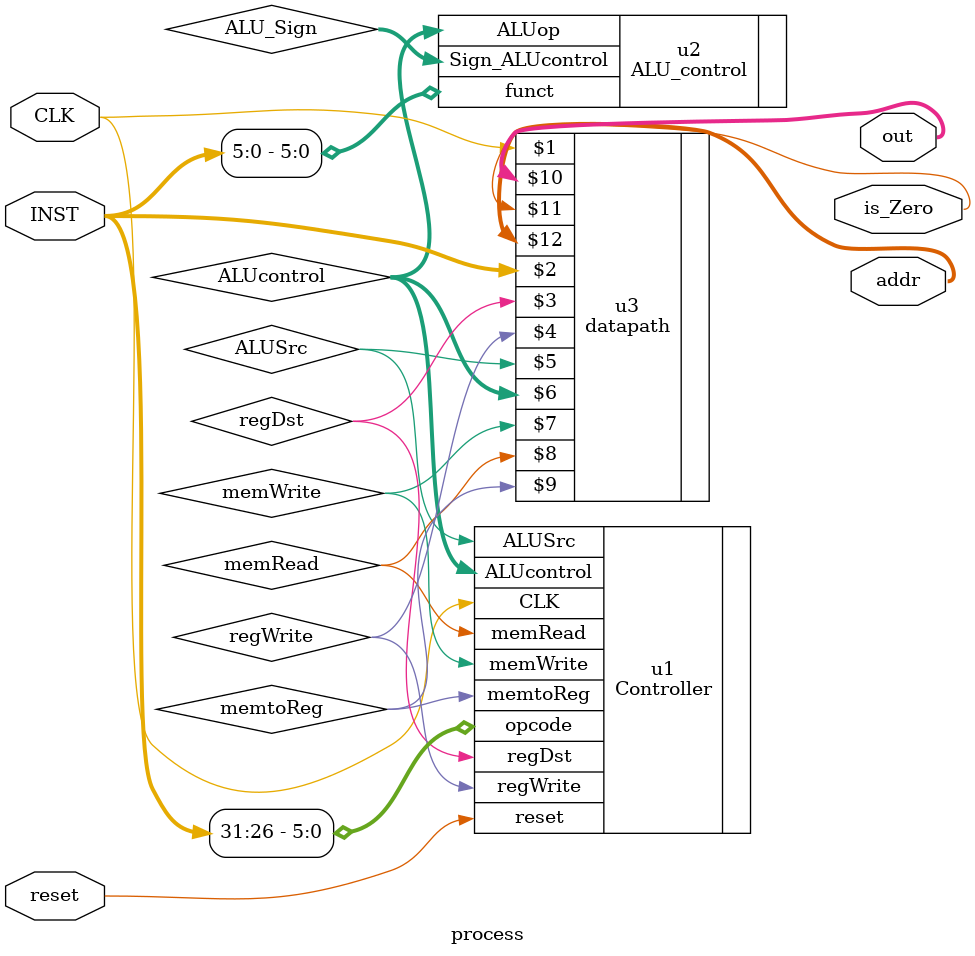
<source format=v>
module process (CLK, reset, INST, out, is_Zero, addr);
  input CLK, reset;
  input [31:0] INST;
  output [31:0] out, addr;
  output is_Zero;
  
  wire regDst, regWrite, ALUSrc, memWrite, memRead, memtoReg;
  wire [1:0] ALUcontrol;
  wire [3:0] ALU_Sign;
  Controller u1 (.CLK(CLK), .reset(reset), .opcode(INST[31:26]), 
                  .regDst(regDst), .regWrite(regWrite), .ALUSrc(ALUSrc), 
                  .memWrite(memWrite), .memRead(memRead), .memtoReg(memtoReg), .ALUcontrol(ALUcontrol));
  ALU_control u2 (.ALUop(ALUcontrol), .funct(INST[5:0]), .Sign_ALUcontrol(ALU_Sign));
  datapath u3 (CLK, INST, regDst, regWrite, ALUSrc, ALUcontrol, 
                memWrite, memRead, memtoReg, out, is_Zero, 
                addr);
endmodule        
</source>
